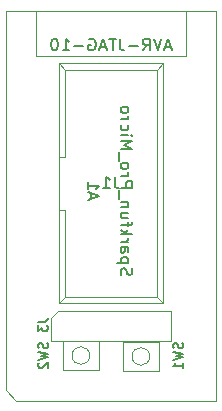
<source format=gbr>
%TF.GenerationSoftware,KiCad,Pcbnew,5.1.7+dfsg1-1~bpo10+1*%
%TF.CreationDate,Date%
%TF.ProjectId,ProMicro_CONN,50726f4d-6963-4726-9f5f-434f4e4e2e6b,v1.4*%
%TF.SameCoordinates,Original*%
%TF.FileFunction,Other,Fab,Bot*%
%FSLAX46Y46*%
G04 Gerber Fmt 4.6, Leading zero omitted, Abs format (unit mm)*
G04 Created by KiCad*
%MOMM*%
%LPD*%
G01*
G04 APERTURE LIST*
%ADD10C,0.100000*%
%ADD11C,0.150000*%
%ADD12C,0.200000*%
G04 APERTURE END LIST*
D10*
%TO.C,J1*%
X12045000Y4425000D02*
X12045000Y24785000D01*
X11495000Y4965000D02*
X11495000Y24225000D01*
X3195000Y4425000D02*
X3195000Y24785000D01*
X3745000Y4965000D02*
X3745000Y12355000D01*
X3745000Y16855000D02*
X3745000Y24225000D01*
X3745000Y12355000D02*
X3195000Y12355000D01*
X3745000Y16855000D02*
X3195000Y16855000D01*
X12045000Y4425000D02*
X3195000Y4425000D01*
X11495000Y4965000D02*
X3745000Y4965000D01*
X12045000Y24785000D02*
X3195000Y24785000D01*
X11495000Y24225000D02*
X3745000Y24225000D01*
X12045000Y4425000D02*
X11495000Y4965000D01*
X12045000Y24785000D02*
X11495000Y24225000D01*
X3195000Y4425000D02*
X3745000Y4965000D01*
X3195000Y24785000D02*
X3745000Y24225000D01*
%TO.C,A1*%
X16510000Y29210000D02*
X-1270000Y29210000D01*
X-1270000Y29210000D02*
X-1270000Y-2921000D01*
X-381000Y-3810000D02*
X-1270000Y-2921000D01*
X-381000Y-3810000D02*
X16510000Y-3810000D01*
X16510000Y-3810000D02*
X16510000Y29210000D01*
%TO.C,SW2*%
X6580000Y1250000D02*
X3580000Y1250000D01*
X3580000Y1250000D02*
X3580000Y-1250000D01*
X3580000Y-1250000D02*
X6580000Y-1250000D01*
X6580000Y-1250000D02*
X6580000Y1250000D01*
X5830000Y0D02*
G75*
G03*
X5830000Y0I-750000J0D01*
G01*
%TO.C,J2*%
X13970000Y25400000D02*
X13970000Y29210000D01*
X1270000Y25400000D02*
X1270000Y29210000D01*
X1270000Y29210000D02*
X13970000Y29210000D01*
X1270000Y25400000D02*
X13970000Y25400000D01*
%TO.C,SW1*%
X8660000Y-1313452D02*
X11660000Y-1313452D01*
X11660000Y-1313452D02*
X11660000Y1186548D01*
X11660000Y1186548D02*
X8660000Y1186548D01*
X8660000Y1186548D02*
X8660000Y-1313452D01*
X10910000Y-63452D02*
G75*
G03*
X10910000Y-63452I-750000J0D01*
G01*
%TO.C,J3*%
X3175000Y3810000D02*
X2540000Y3175000D01*
X12700000Y3810000D02*
X3175000Y3810000D01*
X12700000Y1270000D02*
X12700000Y3810000D01*
X2540000Y1270000D02*
X12700000Y1270000D01*
X2540000Y3175000D02*
X2540000Y1270000D01*
%TD*%
%TO.C,J1*%
D11*
X12667619Y26122334D02*
X12191428Y26122334D01*
X12762857Y25836620D02*
X12429523Y26836620D01*
X12096190Y25836620D01*
X11905714Y26836620D02*
X11572380Y25836620D01*
X11239047Y26836620D01*
X10334285Y25836620D02*
X10667619Y26312810D01*
X10905714Y25836620D02*
X10905714Y26836620D01*
X10524761Y26836620D01*
X10429523Y26789000D01*
X10381904Y26741381D01*
X10334285Y26646143D01*
X10334285Y26503286D01*
X10381904Y26408048D01*
X10429523Y26360429D01*
X10524761Y26312810D01*
X10905714Y26312810D01*
X9905714Y26217572D02*
X9143809Y26217572D01*
X8381904Y26836620D02*
X8381904Y26122334D01*
X8429523Y25979477D01*
X8524761Y25884239D01*
X8667619Y25836620D01*
X8762857Y25836620D01*
X8048571Y26836620D02*
X7477142Y26836620D01*
X7762857Y25836620D02*
X7762857Y26836620D01*
X7191428Y26122334D02*
X6715238Y26122334D01*
X7286666Y25836620D02*
X6953333Y26836620D01*
X6620000Y25836620D01*
X5762857Y26789000D02*
X5858095Y26836620D01*
X6000952Y26836620D01*
X6143809Y26789000D01*
X6239047Y26693762D01*
X6286666Y26598524D01*
X6334285Y26408048D01*
X6334285Y26265191D01*
X6286666Y26074715D01*
X6239047Y25979477D01*
X6143809Y25884239D01*
X6000952Y25836620D01*
X5905714Y25836620D01*
X5762857Y25884239D01*
X5715238Y25931858D01*
X5715238Y26265191D01*
X5905714Y26265191D01*
X5286666Y26217572D02*
X4524761Y26217572D01*
X3524761Y25836620D02*
X4096190Y25836620D01*
X3810476Y25836620D02*
X3810476Y26836620D01*
X3905714Y26693762D01*
X4000952Y26598524D01*
X4096190Y26550905D01*
X2905714Y26836620D02*
X2810476Y26836620D01*
X2715238Y26789000D01*
X2667619Y26741381D01*
X2620000Y26646143D01*
X2572380Y26455667D01*
X2572380Y26217572D01*
X2620000Y26027096D01*
X2667619Y25931858D01*
X2715238Y25884239D01*
X2810476Y25836620D01*
X2905714Y25836620D01*
X3000952Y25884239D01*
X3048571Y25931858D01*
X3096190Y26027096D01*
X3143809Y26217572D01*
X3143809Y26455667D01*
X3096190Y26646143D01*
X3048571Y26741381D01*
X3000952Y26789000D01*
X2905714Y26836620D01*
X7953333Y15152620D02*
X7953333Y14438334D01*
X8000952Y14295477D01*
X8096190Y14200239D01*
X8239047Y14152620D01*
X8334285Y14152620D01*
X6953333Y14152620D02*
X7524761Y14152620D01*
X7239047Y14152620D02*
X7239047Y15152620D01*
X7334285Y15009762D01*
X7429523Y14914524D01*
X7524761Y14866905D01*
%TO.C,A1*%
X8485238Y6850953D02*
X8437619Y6993810D01*
X8437619Y7231905D01*
X8485238Y7327143D01*
X8532857Y7374762D01*
X8628095Y7422381D01*
X8723333Y7422381D01*
X8818571Y7374762D01*
X8866190Y7327143D01*
X8913809Y7231905D01*
X8961428Y7041429D01*
X9009047Y6946191D01*
X9056666Y6898572D01*
X9151904Y6850953D01*
X9247142Y6850953D01*
X9342380Y6898572D01*
X9390000Y6946191D01*
X9437619Y7041429D01*
X9437619Y7279524D01*
X9390000Y7422381D01*
X9104285Y7850953D02*
X8104285Y7850953D01*
X9056666Y7850953D02*
X9104285Y7946191D01*
X9104285Y8136667D01*
X9056666Y8231905D01*
X9009047Y8279524D01*
X8913809Y8327143D01*
X8628095Y8327143D01*
X8532857Y8279524D01*
X8485238Y8231905D01*
X8437619Y8136667D01*
X8437619Y7946191D01*
X8485238Y7850953D01*
X8437619Y9184286D02*
X8961428Y9184286D01*
X9056666Y9136667D01*
X9104285Y9041429D01*
X9104285Y8850953D01*
X9056666Y8755715D01*
X8485238Y9184286D02*
X8437619Y9089048D01*
X8437619Y8850953D01*
X8485238Y8755715D01*
X8580476Y8708096D01*
X8675714Y8708096D01*
X8770952Y8755715D01*
X8818571Y8850953D01*
X8818571Y9089048D01*
X8866190Y9184286D01*
X8437619Y9660477D02*
X9104285Y9660477D01*
X8913809Y9660477D02*
X9009047Y9708096D01*
X9056666Y9755715D01*
X9104285Y9850953D01*
X9104285Y9946191D01*
X8437619Y10279524D02*
X9437619Y10279524D01*
X8818571Y10374762D02*
X8437619Y10660477D01*
X9104285Y10660477D02*
X8723333Y10279524D01*
X9104285Y10946191D02*
X9104285Y11327143D01*
X8437619Y11089048D02*
X9294761Y11089048D01*
X9390000Y11136667D01*
X9437619Y11231905D01*
X9437619Y11327143D01*
X9104285Y12089048D02*
X8437619Y12089048D01*
X9104285Y11660477D02*
X8580476Y11660477D01*
X8485238Y11708096D01*
X8437619Y11803334D01*
X8437619Y11946191D01*
X8485238Y12041429D01*
X8532857Y12089048D01*
X9104285Y12565239D02*
X8437619Y12565239D01*
X9009047Y12565239D02*
X9056666Y12612858D01*
X9104285Y12708096D01*
X9104285Y12850953D01*
X9056666Y12946191D01*
X8961428Y12993810D01*
X8437619Y12993810D01*
X8342380Y13231905D02*
X8342380Y13993810D01*
X8437619Y14231905D02*
X9437619Y14231905D01*
X9437619Y14612858D01*
X9390000Y14708096D01*
X9342380Y14755715D01*
X9247142Y14803334D01*
X9104285Y14803334D01*
X9009047Y14755715D01*
X8961428Y14708096D01*
X8913809Y14612858D01*
X8913809Y14231905D01*
X8437619Y15231905D02*
X9104285Y15231905D01*
X8913809Y15231905D02*
X9009047Y15279524D01*
X9056666Y15327143D01*
X9104285Y15422381D01*
X9104285Y15517620D01*
X8437619Y15993810D02*
X8485238Y15898572D01*
X8532857Y15850953D01*
X8628095Y15803334D01*
X8913809Y15803334D01*
X9009047Y15850953D01*
X9056666Y15898572D01*
X9104285Y15993810D01*
X9104285Y16136667D01*
X9056666Y16231905D01*
X9009047Y16279524D01*
X8913809Y16327143D01*
X8628095Y16327143D01*
X8532857Y16279524D01*
X8485238Y16231905D01*
X8437619Y16136667D01*
X8437619Y15993810D01*
X8342380Y16517620D02*
X8342380Y17279524D01*
X8437619Y17517620D02*
X9437619Y17517620D01*
X8723333Y17850953D01*
X9437619Y18184286D01*
X8437619Y18184286D01*
X8437619Y18660477D02*
X9104285Y18660477D01*
X9437619Y18660477D02*
X9390000Y18612858D01*
X9342380Y18660477D01*
X9390000Y18708096D01*
X9437619Y18660477D01*
X9342380Y18660477D01*
X8485238Y19565239D02*
X8437619Y19470000D01*
X8437619Y19279524D01*
X8485238Y19184286D01*
X8532857Y19136667D01*
X8628095Y19089048D01*
X8913809Y19089048D01*
X9009047Y19136667D01*
X9056666Y19184286D01*
X9104285Y19279524D01*
X9104285Y19470000D01*
X9056666Y19565239D01*
X8437619Y19993810D02*
X9104285Y19993810D01*
X8913809Y19993810D02*
X9009047Y20041429D01*
X9056666Y20089048D01*
X9104285Y20184286D01*
X9104285Y20279524D01*
X8437619Y20755715D02*
X8485238Y20660477D01*
X8532857Y20612858D01*
X8628095Y20565239D01*
X8913809Y20565239D01*
X9009047Y20612858D01*
X9056666Y20660477D01*
X9104285Y20755715D01*
X9104285Y20898572D01*
X9056666Y20993810D01*
X9009047Y21041429D01*
X8913809Y21089048D01*
X8628095Y21089048D01*
X8532857Y21041429D01*
X8485238Y20993810D01*
X8437619Y20898572D01*
X8437619Y20755715D01*
X5929333Y13255715D02*
X5929333Y13731905D01*
X5643619Y13160477D02*
X6643619Y13493810D01*
X5643619Y13827143D01*
X5643619Y14684286D02*
X5643619Y14112858D01*
X5643619Y14398572D02*
X6643619Y14398572D01*
X6500761Y14303334D01*
X6405523Y14208096D01*
X6357904Y14112858D01*
%TO.C,SW2*%
D12*
X2228809Y1066667D02*
X2266904Y952381D01*
X2266904Y761905D01*
X2228809Y685715D01*
X2190714Y647620D01*
X2114523Y609524D01*
X2038333Y609524D01*
X1962142Y647620D01*
X1924047Y685715D01*
X1885952Y761905D01*
X1847857Y914286D01*
X1809761Y990477D01*
X1771666Y1028572D01*
X1695476Y1066667D01*
X1619285Y1066667D01*
X1543095Y1028572D01*
X1505000Y990477D01*
X1466904Y914286D01*
X1466904Y723810D01*
X1505000Y609524D01*
X1466904Y342858D02*
X2266904Y152381D01*
X1695476Y0D01*
X2266904Y-152380D01*
X1466904Y-342857D01*
X1543095Y-609523D02*
X1505000Y-647619D01*
X1466904Y-723809D01*
X1466904Y-914285D01*
X1505000Y-990476D01*
X1543095Y-1028571D01*
X1619285Y-1066666D01*
X1695476Y-1066666D01*
X1809761Y-1028571D01*
X2266904Y-571428D01*
X2266904Y-1066666D01*
%TO.C,SW1*%
X13658809Y1066667D02*
X13696904Y952381D01*
X13696904Y761905D01*
X13658809Y685715D01*
X13620714Y647620D01*
X13544523Y609524D01*
X13468333Y609524D01*
X13392142Y647620D01*
X13354047Y685715D01*
X13315952Y761905D01*
X13277857Y914286D01*
X13239761Y990477D01*
X13201666Y1028572D01*
X13125476Y1066667D01*
X13049285Y1066667D01*
X12973095Y1028572D01*
X12935000Y990477D01*
X12896904Y914286D01*
X12896904Y723810D01*
X12935000Y609524D01*
X12896904Y342858D02*
X13696904Y152381D01*
X13125476Y0D01*
X13696904Y-152380D01*
X12896904Y-342857D01*
X13696904Y-1066666D02*
X13696904Y-609523D01*
X13696904Y-838095D02*
X12896904Y-838095D01*
X13011190Y-761904D01*
X13087380Y-685714D01*
X13125476Y-609523D01*
%TO.C,J3*%
X1466904Y2870119D02*
X2038333Y2870119D01*
X2152619Y2908214D01*
X2228809Y2984405D01*
X2266904Y3098691D01*
X2266904Y3174881D01*
X1466904Y2565357D02*
X1466904Y2070119D01*
X1771666Y2336786D01*
X1771666Y2222500D01*
X1809761Y2146310D01*
X1847857Y2108214D01*
X1924047Y2070119D01*
X2114523Y2070119D01*
X2190714Y2108214D01*
X2228809Y2146310D01*
X2266904Y2222500D01*
X2266904Y2451072D01*
X2228809Y2527262D01*
X2190714Y2565357D01*
%TD*%
M02*

</source>
